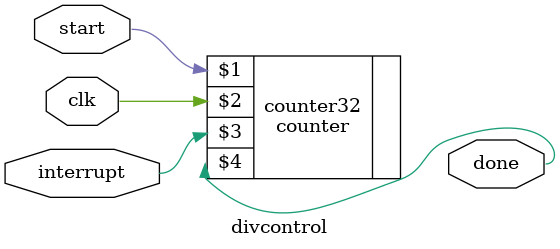
<source format=v>
module divcontrol(start, clk, interrupt, done);

	input start, clk, interrupt;
	
	output done;
	
	counter counter32(start, clk, interrupt, done);

endmodule

</source>
